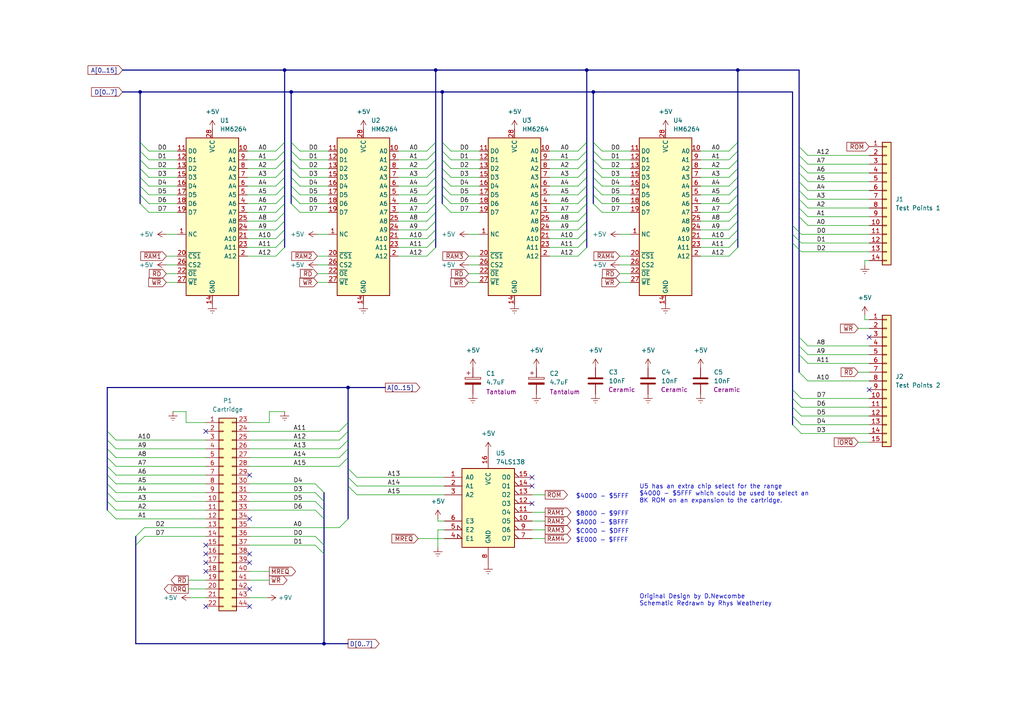
<source format=kicad_sch>
(kicad_sch (version 20230121) (generator eeschema)
  (paper "A4")
  (title_block (title "D.Newcombe 32K RAM Expansion Module") (date "1986") (rev "1"))
  (junction (at 126.365 20.32))
  (junction (at 84.455 26.67))
  (junction (at 40.64 26.67))
  (junction (at 100.965 112.395))
  (junction (at 213.995 20.32))
  (junction (at 172.085 26.67))
  (junction (at 82.55 20.32))
  (junction (at 128.27 26.67))
  (junction (at 93.98 186.69))
  (junction (at 170.18 20.32))
  (no_connect (at 59.69 160.655))
  (no_connect (at 59.69 165.735))
  (no_connect (at 72.39 170.815))
  (no_connect (at 72.39 160.655))
  (no_connect (at 154.305 138.43))
  (no_connect (at 59.69 158.115))
  (no_connect (at 72.39 150.495))
  (no_connect (at 59.69 125.095))
  (no_connect (at 252.095 113.03))
  (no_connect (at 154.305 140.97))
  (no_connect (at 72.39 163.195))
  (no_connect (at 252.095 97.79))
  (no_connect (at 72.39 137.795))
  (no_connect (at 59.69 163.195))
  (no_connect (at 154.305 146.05))
  (no_connect (at 59.69 175.895))
  (no_connect (at 72.39 175.895))
  (bus_entry (at 98.425 135.255) (size 2.54 -2.54))
  (bus_entry (at 229.87 67.945) (size 2.54 2.54))
  (bus_entry (at 231.775 45.085) (size 2.54 2.54))
  (bus_entry (at 211.455 59.055) (size 2.54 -2.54))
  (bus_entry (at 123.825 59.055) (size 2.54 -2.54))
  (bus_entry (at 167.64 69.215) (size 2.54 -2.54))
  (bus_entry (at 229.87 70.485) (size 2.54 2.54))
  (bus_entry (at 91.44 140.335) (size 2.54 2.54))
  (bus_entry (at 123.825 46.355) (size 2.54 -2.54))
  (bus_entry (at 211.455 61.595) (size 2.54 -2.54))
  (bus_entry (at 98.425 132.715) (size 2.54 -2.54))
  (bus_entry (at 231.775 52.705) (size 2.54 2.54))
  (bus_entry (at 211.455 46.355) (size 2.54 -2.54))
  (bus_entry (at 128.27 48.895) (size 2.54 2.54))
  (bus_entry (at 231.775 50.165) (size 2.54 2.54))
  (bus_entry (at 91.44 145.415) (size 2.54 2.54))
  (bus_entry (at 80.01 43.815) (size 2.54 -2.54))
  (bus_entry (at 231.775 42.545) (size 2.54 2.54))
  (bus_entry (at 231.775 47.625) (size 2.54 2.54))
  (bus_entry (at 211.455 51.435) (size 2.54 -2.54))
  (bus_entry (at 167.64 71.755) (size 2.54 -2.54))
  (bus_entry (at 229.87 115.57) (size 2.54 2.54))
  (bus_entry (at 172.085 43.815) (size 2.54 2.54))
  (bus_entry (at 231.775 60.325) (size 2.54 2.54))
  (bus_entry (at 40.64 56.515) (size 2.54 2.54))
  (bus_entry (at 84.455 46.355) (size 2.54 2.54))
  (bus_entry (at 33.655 147.955) (size -2.54 -2.54))
  (bus_entry (at 211.455 43.815) (size 2.54 -2.54))
  (bus_entry (at 123.825 53.975) (size 2.54 -2.54))
  (bus_entry (at 33.655 150.495) (size -2.54 -2.54))
  (bus_entry (at 80.01 61.595) (size 2.54 -2.54))
  (bus_entry (at 128.27 43.815) (size 2.54 2.54))
  (bus_entry (at 229.87 123.19) (size 2.54 2.54))
  (bus_entry (at 123.825 43.815) (size 2.54 -2.54))
  (bus_entry (at 231.775 62.865) (size 2.54 2.54))
  (bus_entry (at 167.64 59.055) (size 2.54 -2.54))
  (bus_entry (at 91.44 142.875) (size 2.54 2.54))
  (bus_entry (at 80.01 66.675) (size 2.54 -2.54))
  (bus_entry (at 231.775 100.33) (size 2.54 2.54))
  (bus_entry (at 172.085 53.975) (size 2.54 2.54))
  (bus_entry (at 229.87 65.405) (size 2.54 2.54))
  (bus_entry (at 84.455 53.975) (size 2.54 2.54))
  (bus_entry (at 80.01 59.055) (size 2.54 -2.54))
  (bus_entry (at 123.825 64.135) (size 2.54 -2.54))
  (bus_entry (at 172.085 41.275) (size 2.54 2.54))
  (bus_entry (at 167.64 64.135) (size 2.54 -2.54))
  (bus_entry (at 91.44 155.575) (size 2.54 2.54))
  (bus_entry (at 33.655 140.335) (size -2.54 -2.54))
  (bus_entry (at 40.64 46.355) (size 2.54 2.54))
  (bus_entry (at 128.27 46.355) (size 2.54 2.54))
  (bus_entry (at 167.64 61.595) (size 2.54 -2.54))
  (bus_entry (at 84.455 51.435) (size 2.54 2.54))
  (bus_entry (at 211.455 66.675) (size 2.54 -2.54))
  (bus_entry (at 229.87 118.11) (size 2.54 2.54))
  (bus_entry (at 167.64 46.355) (size 2.54 -2.54))
  (bus_entry (at 100.965 135.89) (size 2.54 2.54))
  (bus_entry (at 128.27 56.515) (size 2.54 2.54))
  (bus_entry (at 211.455 71.755) (size 2.54 -2.54))
  (bus_entry (at 167.64 53.975) (size 2.54 -2.54))
  (bus_entry (at 123.825 74.295) (size 2.54 -2.54))
  (bus_entry (at 211.455 53.975) (size 2.54 -2.54))
  (bus_entry (at 80.01 71.755) (size 2.54 -2.54))
  (bus_entry (at 231.775 55.245) (size 2.54 2.54))
  (bus_entry (at 229.87 113.03) (size 2.54 2.54))
  (bus_entry (at 123.825 66.675) (size 2.54 -2.54))
  (bus_entry (at 33.655 127.635) (size -2.54 -2.54))
  (bus_entry (at 40.64 48.895) (size 2.54 2.54))
  (bus_entry (at 40.64 43.815) (size 2.54 2.54))
  (bus_entry (at 33.655 137.795) (size -2.54 -2.54))
  (bus_entry (at 123.825 56.515) (size 2.54 -2.54))
  (bus_entry (at 84.455 41.275) (size 2.54 2.54))
  (bus_entry (at 167.64 66.675) (size 2.54 -2.54))
  (bus_entry (at 123.825 71.755) (size 2.54 -2.54))
  (bus_entry (at 91.44 147.955) (size 2.54 2.54))
  (bus_entry (at 128.27 53.975) (size 2.54 2.54))
  (bus_entry (at 123.825 48.895) (size 2.54 -2.54))
  (bus_entry (at 211.455 74.295) (size 2.54 -2.54))
  (bus_entry (at 39.37 158.115) (size 2.54 -2.54))
  (bus_entry (at 80.01 69.215) (size 2.54 -2.54))
  (bus_entry (at 84.455 48.895) (size 2.54 2.54))
  (bus_entry (at 98.425 153.035) (size 2.54 -2.54))
  (bus_entry (at 128.27 51.435) (size 2.54 2.54))
  (bus_entry (at 40.64 51.435) (size 2.54 2.54))
  (bus_entry (at 80.01 51.435) (size 2.54 -2.54))
  (bus_entry (at 84.455 59.055) (size 2.54 2.54))
  (bus_entry (at 98.425 125.095) (size 2.54 -2.54))
  (bus_entry (at 211.455 48.895) (size 2.54 -2.54))
  (bus_entry (at 33.655 135.255) (size -2.54 -2.54))
  (bus_entry (at 123.825 51.435) (size 2.54 -2.54))
  (bus_entry (at 39.37 155.575) (size 2.54 -2.54))
  (bus_entry (at 84.455 43.815) (size 2.54 2.54))
  (bus_entry (at 211.455 64.135) (size 2.54 -2.54))
  (bus_entry (at 40.64 53.975) (size 2.54 2.54))
  (bus_entry (at 40.64 59.055) (size 2.54 2.54))
  (bus_entry (at 123.825 61.595) (size 2.54 -2.54))
  (bus_entry (at 40.64 41.275) (size 2.54 2.54))
  (bus_entry (at 167.64 43.815) (size 2.54 -2.54))
  (bus_entry (at 231.775 102.87) (size 2.54 2.54))
  (bus_entry (at 80.01 64.135) (size 2.54 -2.54))
  (bus_entry (at 231.775 57.785) (size 2.54 2.54))
  (bus_entry (at 100.965 140.97) (size 2.54 2.54))
  (bus_entry (at 80.01 56.515) (size 2.54 -2.54))
  (bus_entry (at 167.64 56.515) (size 2.54 -2.54))
  (bus_entry (at 33.655 130.175) (size -2.54 -2.54))
  (bus_entry (at 172.085 59.055) (size 2.54 2.54))
  (bus_entry (at 84.455 56.515) (size 2.54 2.54))
  (bus_entry (at 123.825 69.215) (size 2.54 -2.54))
  (bus_entry (at 229.87 120.65) (size 2.54 2.54))
  (bus_entry (at 98.425 130.175) (size 2.54 -2.54))
  (bus_entry (at 80.01 53.975) (size 2.54 -2.54))
  (bus_entry (at 33.655 142.875) (size -2.54 -2.54))
  (bus_entry (at 100.965 138.43) (size 2.54 2.54))
  (bus_entry (at 128.27 41.275) (size 2.54 2.54))
  (bus_entry (at 91.44 158.115) (size 2.54 2.54))
  (bus_entry (at 167.64 51.435) (size 2.54 -2.54))
  (bus_entry (at 33.655 132.715) (size -2.54 -2.54))
  (bus_entry (at 172.085 46.355) (size 2.54 2.54))
  (bus_entry (at 167.64 48.895) (size 2.54 -2.54))
  (bus_entry (at 211.455 56.515) (size 2.54 -2.54))
  (bus_entry (at 172.085 51.435) (size 2.54 2.54))
  (bus_entry (at 98.425 127.635) (size 2.54 -2.54))
  (bus_entry (at 80.01 74.295) (size 2.54 -2.54))
  (bus_entry (at 211.455 69.215) (size 2.54 -2.54))
  (bus_entry (at 172.085 48.895) (size 2.54 2.54))
  (bus_entry (at 80.01 48.895) (size 2.54 -2.54))
  (bus_entry (at 167.64 74.295) (size 2.54 -2.54))
  (bus_entry (at 231.775 107.95) (size 2.54 2.54))
  (bus_entry (at 128.27 59.055) (size 2.54 2.54))
  (bus_entry (at 80.01 46.355) (size 2.54 -2.54))
  (bus_entry (at 231.775 97.79) (size 2.54 2.54))
  (bus_entry (at 33.655 145.415) (size -2.54 -2.54))
  (bus_entry (at 172.085 56.515) (size 2.54 2.54))
  (wire (pts (xy 203.2 71.755) (xy 211.455 71.755)))
  (bus (pts (xy 126.365 41.275) (xy 126.365 43.815)))
  (bus (pts (xy 82.55 48.895) (xy 82.55 51.435)))
  (wire (pts (xy 43.18 51.435) (xy 51.435 51.435)))
  (wire (pts (xy 159.385 59.055) (xy 167.64 59.055)))
  (wire (pts (xy 71.755 71.755) (xy 80.01 71.755)))
  (wire (pts (xy 71.755 53.975) (xy 80.01 53.975)))
  (bus (pts (xy 229.87 118.11) (xy 229.87 120.65)))
  (bus (pts (xy 93.98 145.415) (xy 93.98 147.955)))
  (wire (pts (xy 115.57 59.055) (xy 123.825 59.055)))
  (bus (pts (xy 213.995 59.055) (xy 213.995 61.595)))
  (bus (pts (xy 84.455 26.67) (xy 84.455 41.275)))
  (wire (pts (xy 71.755 51.435) (xy 80.01 51.435)))
  (bus (pts (xy 128.27 46.355) (xy 128.27 48.895)))
  (wire (pts (xy 86.995 61.595) (xy 95.25 61.595)))
  (wire (pts (xy 72.39 158.115) (xy 91.44 158.115)))
  (bus (pts (xy 213.995 51.435) (xy 213.995 53.975)))
  (wire (pts (xy 41.91 153.035) (xy 59.69 153.035)))
  (wire (pts (xy 33.655 130.175) (xy 59.69 130.175)))
  (wire (pts (xy 159.385 74.295) (xy 167.64 74.295)))
  (wire (pts (xy 72.39 155.575) (xy 91.44 155.575)))
  (wire (pts (xy 234.315 55.245) (xy 252.095 55.245)))
  (bus (pts (xy 40.64 46.355) (xy 40.64 48.895)))
  (bus (pts (xy 126.365 59.055) (xy 126.365 61.595)))
  (bus (pts (xy 31.115 137.795) (xy 31.115 140.335)))
  (wire (pts (xy 50.165 119.38) (xy 53.975 119.38)))
  (bus (pts (xy 40.64 48.895) (xy 40.64 51.435)))
  (wire (pts (xy 159.385 66.675) (xy 167.64 66.675)))
  (wire (pts (xy 154.305 153.67) (xy 158.115 153.67)))
  (bus (pts (xy 213.995 64.135) (xy 213.995 66.675)))
  (wire (pts (xy 86.995 46.355) (xy 95.25 46.355)))
  (bus (pts (xy 170.18 59.055) (xy 170.18 61.595)))
  (bus (pts (xy 172.085 43.815) (xy 172.085 46.355)))
  (bus (pts (xy 126.365 64.135) (xy 126.365 66.675)))
  (wire (pts (xy 232.41 70.485) (xy 252.095 70.485)))
  (bus (pts (xy 40.64 53.975) (xy 40.64 56.515)))
  (wire (pts (xy 33.655 145.415) (xy 59.69 145.415)))
  (wire (pts (xy 234.315 110.49) (xy 252.095 110.49)))
  (bus (pts (xy 128.27 51.435) (xy 128.27 53.975)))
  (wire (pts (xy 127 151.13) (xy 128.905 151.13)))
  (wire (pts (xy 33.655 140.335) (xy 59.69 140.335)))
  (wire (pts (xy 127 153.67) (xy 128.905 153.67)))
  (bus (pts (xy 231.775 57.785) (xy 231.775 60.325)))
  (bus (pts (xy 170.18 64.135) (xy 170.18 66.675)))
  (wire (pts (xy 54.61 170.815) (xy 59.69 170.815)))
  (bus (pts (xy 40.64 56.515) (xy 40.64 59.055)))
  (bus (pts (xy 93.98 147.955) (xy 93.98 150.495)))
  (bus (pts (xy 213.995 41.275) (xy 213.995 43.815)))
  (bus (pts (xy 213.995 56.515) (xy 213.995 59.055)))
  (bus (pts (xy 40.64 41.275) (xy 40.64 43.815)))
  (wire (pts (xy 234.315 65.405) (xy 252.095 65.405)))
  (bus (pts (xy 231.775 55.245) (xy 231.775 57.785)))
  (wire (pts (xy 55.245 173.355) (xy 59.69 173.355)))
  (wire (pts (xy 174.625 56.515) (xy 182.88 56.515)))
  (bus (pts (xy 31.115 125.095) (xy 31.115 127.635)))
  (wire (pts (xy 43.18 53.975) (xy 51.435 53.975)))
  (bus (pts (xy 82.55 56.515) (xy 82.55 59.055)))
  (bus (pts (xy 229.87 26.67) (xy 229.87 65.405)))
  (bus (pts (xy 126.365 66.675) (xy 126.365 69.215)))
  (wire (pts (xy 159.385 56.515) (xy 167.64 56.515)))
  (wire (pts (xy 130.81 59.055) (xy 139.065 59.055)))
  (wire (pts (xy 72.39 132.715) (xy 98.425 132.715)))
  (wire (pts (xy 33.655 150.495) (xy 59.69 150.495)))
  (wire (pts (xy 86.995 59.055) (xy 95.25 59.055)))
  (bus (pts (xy 82.55 51.435) (xy 82.55 53.975)))
  (wire (pts (xy 71.755 61.595) (xy 80.01 61.595)))
  (bus (pts (xy 231.775 47.625) (xy 231.775 50.165)))
  (bus (pts (xy 229.87 120.65) (xy 229.87 123.19)))
  (wire (pts (xy 179.705 76.835) (xy 182.88 76.835)))
  (wire (pts (xy 203.2 53.975) (xy 211.455 53.975)))
  (wire (pts (xy 71.755 46.355) (xy 80.01 46.355)))
  (wire (pts (xy 103.505 143.51) (xy 128.905 143.51)))
  (wire (pts (xy 174.625 53.975) (xy 182.88 53.975)))
  (wire (pts (xy 71.755 69.215) (xy 80.01 69.215)))
  (bus (pts (xy 126.365 56.515) (xy 126.365 59.055)))
  (wire (pts (xy 48.26 67.945) (xy 51.435 67.945)))
  (wire (pts (xy 203.2 48.895) (xy 211.455 48.895)))
  (wire (pts (xy 48.26 74.295) (xy 51.435 74.295)))
  (bus (pts (xy 31.115 130.175) (xy 31.115 132.715)))
  (bus (pts (xy 82.55 53.975) (xy 82.55 56.515)))
  (wire (pts (xy 72.39 142.875) (xy 91.44 142.875)))
  (wire (pts (xy 252.095 92.71) (xy 250.825 92.71)))
  (wire (pts (xy 59.69 122.555) (xy 53.975 122.555)))
  (bus (pts (xy 170.18 48.895) (xy 170.18 51.435)))
  (wire (pts (xy 72.39 125.095) (xy 98.425 125.095)))
  (wire (pts (xy 48.26 81.915) (xy 51.435 81.915)))
  (wire (pts (xy 43.18 43.815) (xy 51.435 43.815)))
  (wire (pts (xy 103.505 140.97) (xy 128.905 140.97)))
  (wire (pts (xy 72.39 168.275) (xy 78.105 168.275)))
  (wire (pts (xy 232.41 67.945) (xy 252.095 67.945)))
  (wire (pts (xy 48.26 76.835) (xy 51.435 76.835)))
  (bus (pts (xy 231.775 100.33) (xy 231.775 102.87)))
  (wire (pts (xy 232.41 73.025) (xy 252.095 73.025)))
  (bus (pts (xy 31.115 127.635) (xy 31.115 130.175)))
  (bus (pts (xy 170.18 53.975) (xy 170.18 56.515)))
  (bus (pts (xy 213.995 61.595) (xy 213.995 64.135)))
  (bus (pts (xy 126.365 69.215) (xy 126.365 71.755)))
  (bus (pts (xy 82.55 66.675) (xy 82.55 69.215)))
  (bus (pts (xy 170.18 66.675) (xy 170.18 69.215)))
  (bus (pts (xy 231.775 62.865) (xy 231.775 97.79)))
  (wire (pts (xy 115.57 71.755) (xy 123.825 71.755)))
  (bus (pts (xy 31.115 125.095) (xy 31.115 112.395)))
  (wire (pts (xy 203.2 43.815) (xy 211.455 43.815)))
  (wire (pts (xy 72.39 135.255) (xy 98.425 135.255)))
  (wire (pts (xy 72.39 147.955) (xy 91.44 147.955)))
  (wire (pts (xy 115.57 46.355) (xy 123.825 46.355)))
  (wire (pts (xy 92.075 76.835) (xy 95.25 76.835)))
  (wire (pts (xy 203.2 64.135) (xy 211.455 64.135)))
  (bus (pts (xy 93.98 158.115) (xy 93.98 160.655)))
  (wire (pts (xy 203.2 46.355) (xy 211.455 46.355)))
  (bus (pts (xy 172.085 51.435) (xy 172.085 53.975)))
  (bus (pts (xy 128.27 43.815) (xy 128.27 46.355)))
  (bus (pts (xy 31.115 140.335) (xy 31.115 142.875)))
  (bus (pts (xy 84.455 26.67) (xy 128.27 26.67)))
  (wire (pts (xy 72.39 145.415) (xy 91.44 145.415)))
  (bus (pts (xy 84.455 48.895) (xy 84.455 51.435)))
  (wire (pts (xy 232.41 120.65) (xy 252.095 120.65)))
  (wire (pts (xy 159.385 53.975) (xy 167.64 53.975)))
  (bus (pts (xy 213.995 46.355) (xy 213.995 48.895)))
  (bus (pts (xy 128.27 26.67) (xy 128.27 41.275)))
  (bus (pts (xy 39.37 186.69) (xy 93.98 186.69)))
  (wire (pts (xy 86.995 53.975) (xy 95.25 53.975)))
  (wire (pts (xy 248.92 95.25) (xy 252.095 95.25)))
  (bus (pts (xy 82.55 20.32) (xy 82.55 41.275)))
  (wire (pts (xy 179.705 67.945) (xy 182.88 67.945)))
  (bus (pts (xy 172.085 41.275) (xy 172.085 43.815)))
  (wire (pts (xy 48.26 79.375) (xy 51.435 79.375)))
  (wire (pts (xy 159.385 69.215) (xy 167.64 69.215)))
  (bus (pts (xy 128.27 26.67) (xy 172.085 26.67)))
  (bus (pts (xy 40.64 51.435) (xy 40.64 53.975)))
  (bus (pts (xy 100.965 130.175) (xy 100.965 132.715)))
  (bus (pts (xy 100.965 122.555) (xy 100.965 125.095)))
  (wire (pts (xy 203.2 59.055) (xy 211.455 59.055)))
  (wire (pts (xy 72.39 165.735) (xy 78.105 165.735)))
  (wire (pts (xy 232.41 125.73) (xy 252.095 125.73)))
  (wire (pts (xy 130.81 53.975) (xy 139.065 53.975)))
  (wire (pts (xy 234.315 52.705) (xy 252.095 52.705)))
  (wire (pts (xy 159.385 51.435) (xy 167.64 51.435)))
  (wire (pts (xy 92.075 81.915) (xy 95.25 81.915)))
  (wire (pts (xy 71.755 64.135) (xy 80.01 64.135)))
  (wire (pts (xy 203.2 66.675) (xy 211.455 66.675)))
  (wire (pts (xy 130.81 61.595) (xy 139.065 61.595)))
  (bus (pts (xy 31.115 145.415) (xy 31.115 147.955)))
  (wire (pts (xy 159.385 46.355) (xy 167.64 46.355)))
  (wire (pts (xy 71.755 48.895) (xy 80.01 48.895)))
  (wire (pts (xy 92.075 74.295) (xy 95.25 74.295)))
  (bus (pts (xy 84.455 43.815) (xy 84.455 46.355)))
  (bus (pts (xy 172.085 56.515) (xy 172.085 59.055)))
  (bus (pts (xy 172.085 26.67) (xy 172.085 41.275)))
  (bus (pts (xy 126.365 43.815) (xy 126.365 46.355)))
  (bus (pts (xy 35.56 26.67) (xy 40.64 26.67)))
  (bus (pts (xy 128.27 48.895) (xy 128.27 51.435)))
  (wire (pts (xy 115.57 64.135) (xy 123.825 64.135)))
  (bus (pts (xy 126.365 48.895) (xy 126.365 51.435)))
  (wire (pts (xy 72.39 127.635) (xy 98.425 127.635)))
  (bus (pts (xy 213.995 69.215) (xy 213.995 71.755)))
  (wire (pts (xy 115.57 69.215) (xy 123.825 69.215)))
  (wire (pts (xy 127 158.75) (xy 127 153.67)))
  (wire (pts (xy 71.755 59.055) (xy 80.01 59.055)))
  (wire (pts (xy 203.2 51.435) (xy 211.455 51.435)))
  (wire (pts (xy 234.315 45.085) (xy 252.095 45.085)))
  (wire (pts (xy 203.2 56.515) (xy 211.455 56.515)))
  (bus (pts (xy 82.55 41.275) (xy 82.55 43.815)))
  (bus (pts (xy 100.965 140.97) (xy 100.965 150.495)))
  (bus (pts (xy 170.18 41.275) (xy 170.18 43.815)))
  (bus (pts (xy 231.775 52.705) (xy 231.775 55.245)))
  (bus (pts (xy 82.55 64.135) (xy 82.55 66.675)))
  (bus (pts (xy 93.98 160.655) (xy 93.98 186.69)))
  (wire (pts (xy 234.315 105.41) (xy 252.095 105.41)))
  (wire (pts (xy 248.92 107.95) (xy 252.095 107.95)))
  (wire (pts (xy 78.105 119.38) (xy 82.55 119.38)))
  (wire (pts (xy 130.81 56.515) (xy 139.065 56.515)))
  (bus (pts (xy 39.37 158.115) (xy 39.37 155.575)))
  (bus (pts (xy 170.18 56.515) (xy 170.18 59.055)))
  (wire (pts (xy 174.625 61.595) (xy 182.88 61.595)))
  (wire (pts (xy 135.89 67.945) (xy 139.065 67.945)))
  (wire (pts (xy 92.075 79.375) (xy 95.25 79.375)))
  (wire (pts (xy 250.825 92.71) (xy 250.825 91.44)))
  (bus (pts (xy 40.64 26.67) (xy 84.455 26.67)))
  (bus (pts (xy 170.18 20.32) (xy 170.18 41.275)))
  (bus (pts (xy 31.115 135.255) (xy 31.115 137.795)))
  (bus (pts (xy 128.27 41.275) (xy 128.27 43.815)))
  (bus (pts (xy 82.55 69.215) (xy 82.55 71.755)))
  (bus (pts (xy 213.995 20.32) (xy 213.995 41.275)))
  (wire (pts (xy 174.625 43.815) (xy 182.88 43.815)))
  (bus (pts (xy 229.87 115.57) (xy 229.87 118.11)))
  (bus (pts (xy 31.115 142.875) (xy 31.115 145.415)))
  (wire (pts (xy 234.315 102.87) (xy 252.095 102.87)))
  (bus (pts (xy 40.64 26.67) (xy 40.64 41.275)))
  (bus (pts (xy 172.085 26.67) (xy 229.87 26.67)))
  (bus (pts (xy 100.965 135.89) (xy 100.965 138.43)))
  (wire (pts (xy 86.995 48.895) (xy 95.25 48.895)))
  (bus (pts (xy 84.455 53.975) (xy 84.455 56.515)))
  (bus (pts (xy 231.775 42.545) (xy 231.775 45.085)))
  (wire (pts (xy 174.625 51.435) (xy 182.88 51.435)))
  (wire (pts (xy 121.285 156.21) (xy 128.905 156.21)))
  (wire (pts (xy 33.655 142.875) (xy 59.69 142.875)))
  (bus (pts (xy 31.115 112.395) (xy 100.965 112.395)))
  (bus (pts (xy 213.995 43.815) (xy 213.995 46.355)))
  (bus (pts (xy 128.27 53.975) (xy 128.27 56.515)))
  (bus (pts (xy 170.18 69.215) (xy 170.18 71.755)))
  (bus (pts (xy 82.55 43.815) (xy 82.55 46.355)))
  (bus (pts (xy 84.455 41.275) (xy 84.455 43.815)))
  (bus (pts (xy 170.18 61.595) (xy 170.18 64.135)))
  (bus (pts (xy 84.455 56.515) (xy 84.455 59.055)))
  (wire (pts (xy 127 150.495) (xy 127 151.13)))
  (bus (pts (xy 100.965 127.635) (xy 100.965 130.175)))
  (wire (pts (xy 115.57 74.295) (xy 123.825 74.295)))
  (bus (pts (xy 93.98 142.875) (xy 93.98 145.415)))
  (bus (pts (xy 231.775 60.325) (xy 231.775 62.865)))
  (wire (pts (xy 115.57 53.975) (xy 123.825 53.975)))
  (wire (pts (xy 71.755 74.295) (xy 80.01 74.295)))
  (bus (pts (xy 93.98 186.69) (xy 100.965 186.69)))
  (wire (pts (xy 179.705 81.915) (xy 182.88 81.915)))
  (bus (pts (xy 170.18 43.815) (xy 170.18 46.355)))
  (wire (pts (xy 86.995 51.435) (xy 95.25 51.435)))
  (wire (pts (xy 130.81 43.815) (xy 139.065 43.815)))
  (wire (pts (xy 234.315 100.33) (xy 252.095 100.33)))
  (bus (pts (xy 126.365 53.975) (xy 126.365 56.515)))
  (wire (pts (xy 159.385 71.755) (xy 167.64 71.755)))
  (wire (pts (xy 41.91 155.575) (xy 59.69 155.575)))
  (wire (pts (xy 203.2 61.595) (xy 211.455 61.595)))
  (bus (pts (xy 213.995 66.675) (xy 213.995 69.215)))
  (bus (pts (xy 170.18 46.355) (xy 170.18 48.895)))
  (wire (pts (xy 72.39 130.175) (xy 98.425 130.175)))
  (wire (pts (xy 154.305 151.13) (xy 158.115 151.13)))
  (wire (pts (xy 203.2 74.295) (xy 211.455 74.295)))
  (wire (pts (xy 54.61 168.275) (xy 59.69 168.275)))
  (wire (pts (xy 179.705 79.375) (xy 182.88 79.375)))
  (wire (pts (xy 33.655 132.715) (xy 59.69 132.715)))
  (wire (pts (xy 53.975 122.555) (xy 53.975 119.38)))
  (wire (pts (xy 234.315 47.625) (xy 252.095 47.625)))
  (bus (pts (xy 229.87 67.945) (xy 229.87 70.485)))
  (wire (pts (xy 115.57 43.815) (xy 123.825 43.815)))
  (wire (pts (xy 130.81 48.895) (xy 139.065 48.895)))
  (wire (pts (xy 252.095 75.565) (xy 250.825 75.565)))
  (bus (pts (xy 35.56 20.32) (xy 82.55 20.32)))
  (wire (pts (xy 115.57 66.675) (xy 123.825 66.675)))
  (wire (pts (xy 232.41 115.57) (xy 252.095 115.57)))
  (wire (pts (xy 135.89 74.295) (xy 139.065 74.295)))
  (bus (pts (xy 100.965 138.43) (xy 100.965 140.97)))
  (wire (pts (xy 154.305 156.21) (xy 158.115 156.21)))
  (bus (pts (xy 229.87 113.03) (xy 229.87 115.57)))
  (wire (pts (xy 72.39 140.335) (xy 91.44 140.335)))
  (wire (pts (xy 43.18 56.515) (xy 51.435 56.515)))
  (wire (pts (xy 71.755 43.815) (xy 80.01 43.815)))
  (bus (pts (xy 93.98 150.495) (xy 93.98 158.115)))
  (bus (pts (xy 231.775 45.085) (xy 231.775 47.625)))
  (bus (pts (xy 213.995 20.32) (xy 231.775 20.32)))
  (bus (pts (xy 100.965 122.555) (xy 100.965 112.395)))
  (wire (pts (xy 234.315 60.325) (xy 252.095 60.325)))
  (bus (pts (xy 31.115 132.715) (xy 31.115 135.255)))
  (bus (pts (xy 170.18 51.435) (xy 170.18 53.975)))
  (wire (pts (xy 43.18 46.355) (xy 51.435 46.355)))
  (bus (pts (xy 231.775 97.79) (xy 231.775 100.33)))
  (wire (pts (xy 135.89 81.915) (xy 139.065 81.915)))
  (bus (pts (xy 84.455 46.355) (xy 84.455 48.895)))
  (wire (pts (xy 135.89 79.375) (xy 139.065 79.375)))
  (bus (pts (xy 231.775 50.165) (xy 231.775 52.705)))
  (bus (pts (xy 170.18 20.32) (xy 213.995 20.32)))
  (bus (pts (xy 126.365 46.355) (xy 126.365 48.895)))
  (bus (pts (xy 39.37 158.115) (xy 39.37 186.69)))
  (wire (pts (xy 33.655 137.795) (xy 59.69 137.795)))
  (wire (pts (xy 115.57 51.435) (xy 123.825 51.435)))
  (bus (pts (xy 213.995 48.895) (xy 213.995 51.435)))
  (wire (pts (xy 154.305 148.59) (xy 158.115 148.59)))
  (wire (pts (xy 72.39 173.355) (xy 77.47 173.355)))
  (wire (pts (xy 33.655 127.635) (xy 59.69 127.635)))
  (wire (pts (xy 78.105 122.555) (xy 78.105 119.38)))
  (bus (pts (xy 82.55 59.055) (xy 82.55 61.595)))
  (wire (pts (xy 154.305 143.51) (xy 158.115 143.51)))
  (bus (pts (xy 229.87 70.485) (xy 229.87 113.03)))
  (bus (pts (xy 172.085 46.355) (xy 172.085 48.895)))
  (wire (pts (xy 159.385 48.895) (xy 167.64 48.895)))
  (wire (pts (xy 234.315 57.785) (xy 252.095 57.785)))
  (wire (pts (xy 159.385 64.135) (xy 167.64 64.135)))
  (wire (pts (xy 174.625 46.355) (xy 182.88 46.355)))
  (bus (pts (xy 172.085 48.895) (xy 172.085 51.435)))
  (bus (pts (xy 100.965 132.715) (xy 100.965 135.89)))
  (wire (pts (xy 92.075 67.945) (xy 95.25 67.945)))
  (bus (pts (xy 82.55 46.355) (xy 82.55 48.895)))
  (wire (pts (xy 43.18 48.895) (xy 51.435 48.895)))
  (wire (pts (xy 43.18 61.595) (xy 51.435 61.595)))
  (bus (pts (xy 213.995 53.975) (xy 213.995 56.515)))
  (bus (pts (xy 231.775 102.87) (xy 231.775 107.95)))
  (wire (pts (xy 174.625 48.895) (xy 182.88 48.895)))
  (wire (pts (xy 33.655 135.255) (xy 59.69 135.255)))
  (bus (pts (xy 82.55 20.32) (xy 126.365 20.32)))
  (wire (pts (xy 33.655 147.955) (xy 59.69 147.955)))
  (bus (pts (xy 126.365 61.595) (xy 126.365 64.135)))
  (wire (pts (xy 248.92 128.27) (xy 252.095 128.27)))
  (wire (pts (xy 72.39 122.555) (xy 78.105 122.555)))
  (wire (pts (xy 72.39 153.035) (xy 98.425 153.035)))
  (wire (pts (xy 234.315 50.165) (xy 252.095 50.165)))
  (wire (pts (xy 174.625 59.055) (xy 182.88 59.055)))
  (bus (pts (xy 172.085 53.975) (xy 172.085 56.515)))
  (wire (pts (xy 250.825 75.565) (xy 250.825 76.835)))
  (wire (pts (xy 103.505 138.43) (xy 128.905 138.43)))
  (bus (pts (xy 126.365 20.32) (xy 126.365 41.275)))
  (bus (pts (xy 100.965 125.095) (xy 100.965 127.635)))
  (wire (pts (xy 203.2 69.215) (xy 211.455 69.215)))
  (wire (pts (xy 115.57 48.895) (xy 123.825 48.895)))
  (bus (pts (xy 100.965 112.395) (xy 111.76 112.395)))
  (wire (pts (xy 43.18 59.055) (xy 51.435 59.055)))
  (bus (pts (xy 231.775 20.32) (xy 231.775 42.545)))
  (bus (pts (xy 84.455 51.435) (xy 84.455 53.975)))
  (wire (pts (xy 234.315 62.865) (xy 252.095 62.865)))
  (wire (pts (xy 71.755 56.515) (xy 80.01 56.515)))
  (wire (pts (xy 179.705 74.295) (xy 182.88 74.295)))
  (wire (pts (xy 86.995 56.515) (xy 95.25 56.515)))
  (bus (pts (xy 126.365 51.435) (xy 126.365 53.975)))
  (wire (pts (xy 86.995 43.815) (xy 95.25 43.815)))
  (bus (pts (xy 229.87 65.405) (xy 229.87 67.945)))
  (wire (pts (xy 71.755 66.675) (xy 80.01 66.675)))
  (wire (pts (xy 135.89 76.835) (xy 139.065 76.835)))
  (bus (pts (xy 128.27 56.515) (xy 128.27 59.055)))
  (bus (pts (xy 82.55 61.595) (xy 82.55 64.135)))
  (wire (pts (xy 115.57 56.515) (xy 123.825 56.515)))
  (wire (pts (xy 232.41 123.19) (xy 252.095 123.19)))
  (wire (pts (xy 232.41 118.11) (xy 252.095 118.11)))
  (wire (pts (xy 130.81 46.355) (xy 139.065 46.355)))
  (bus (pts (xy 40.64 43.815) (xy 40.64 46.355)))
  (wire (pts (xy 115.57 61.595) (xy 123.825 61.595)))
  (wire (pts (xy 159.385 43.815) (xy 167.64 43.815)))
  (bus (pts (xy 126.365 20.32) (xy 170.18 20.32)))
  (wire (pts (xy 159.385 61.595) (xy 167.64 61.595)))
  (wire (pts (xy 130.81 51.435) (xy 139.065 51.435)))
  (text "Original Design by D.Newcombe\nSchematic Redrawn by Rhys Weatherley" (at 185.42 175.895 0) (effects (font (size 1.27 1.27)) (justify left bottom)))
  (text "$4000 - $5FFF" (at 167.005 144.78 0) (effects (font (size 1.27 1.27)) (justify left bottom)))
  (text "$8000 - $9FFF" (at 167.005 149.86 0) (effects (font (size 1.27 1.27)) (justify left bottom)))
  (text "$A000 - $BFFF" (at 167.005 152.4 0) (effects (font (size 1.27 1.27)) (justify left bottom)))
  (text "$E000 - $FFFF" (at 167.005 157.48 0) (effects (font (size 1.27 1.27)) (justify left bottom)))
  (text "$C000 - $DFFF" (at 167.005 154.94 0) (effects (font (size 1.27 1.27)) (justify left bottom)))
  (text "U5 has an extra chip select for the range\n$4000 - $5FFF which could be used to select an\n8K ROM on an expansion to the cartridge." (at 185.42 146.05 0) (effects (font (size 1.27 1.27)) (justify left bottom)))
  (label "A2" (at 40.005 147.955 0))
  (label "A12" (at 162.56 74.295 0))
  (label "D1" (at 89.535 46.355 0))
  (label "D7" (at 236.855 115.57 0))
  (label "D3" (at 85.09 142.875 0))
  (label "A12" (at 118.745 74.295 0))
  (label "A6" (at 74.93 59.055 0))
  (label "A1" (at 236.855 62.865 0))
  (label "A3" (at 162.56 51.435 0))
  (label "A3" (at 206.375 51.435 0))
  (label "A5" (at 206.375 56.515 0))
  (label "D5" (at 177.165 56.515 0))
  (label "D1" (at 85.09 158.115 0))
  (label "A13" (at 112.395 138.43 0))
  (label "D0" (at 236.855 67.945 0))
  (label "A2" (at 118.745 48.895 0))
  (label "A10" (at 236.855 110.49 0))
  (label "D3" (at 177.165 51.435 0))
  (label "A4" (at 236.855 55.245 0))
  (label "D2" (at 45.085 153.035 0))
  (label "A10" (at 40.005 127.635 0))
  (label "D2" (at 45.72 48.895 0))
  (label "A7" (at 162.56 61.595 0))
  (label "A9" (at 40.005 130.175 0))
  (label "A4" (at 118.745 53.975 0))
  (label "A0" (at 162.56 43.815 0))
  (label "A5" (at 236.855 52.705 0))
  (label "A2" (at 74.93 48.895 0))
  (label "A1" (at 40.005 150.495 0))
  (label "A10" (at 206.375 69.215 0))
  (label "A8" (at 40.005 132.715 0))
  (label "D4" (at 89.535 53.975 0))
  (label "D3" (at 45.72 51.435 0))
  (label "A8" (at 162.56 64.135 0))
  (label "A8" (at 206.375 64.135 0))
  (label "D6" (at 133.35 59.055 0))
  (label "A4" (at 40.005 142.875 0))
  (label "D5" (at 133.35 56.515 0))
  (label "D1" (at 45.72 46.355 0))
  (label "D4" (at 45.72 53.975 0))
  (label "A0" (at 236.855 65.405 0))
  (label "D1" (at 236.855 70.485 0))
  (label "A2" (at 236.855 60.325 0))
  (label "A1" (at 118.745 46.355 0))
  (label "A4" (at 162.56 53.975 0))
  (label "A6" (at 118.745 59.055 0))
  (label "D0" (at 133.35 43.815 0))
  (label "A11" (at 236.855 105.41 0))
  (label "A7" (at 40.005 135.255 0))
  (label "A11" (at 162.56 71.755 0))
  (label "A0" (at 74.93 43.815 0))
  (label "A5" (at 74.93 56.515 0))
  (label "D3" (at 236.855 125.73 0))
  (label "A1" (at 162.56 46.355 0))
  (label "D0" (at 85.09 155.575 0))
  (label "A1" (at 206.375 46.355 0))
  (label "A8" (at 74.93 64.135 0))
  (label "A9" (at 118.745 66.675 0))
  (label "A15" (at 112.395 143.51 0))
  (label "A0" (at 206.375 43.815 0))
  (label "A6" (at 206.375 59.055 0))
  (label "A0" (at 118.745 43.815 0))
  (label "A12" (at 236.855 45.085 0))
  (label "A3" (at 118.745 51.435 0))
  (label "A0" (at 85.09 153.035 0))
  (label "D1" (at 133.35 46.355 0))
  (label "A4" (at 206.375 53.975 0))
  (label "A8" (at 118.745 64.135 0))
  (label "A12" (at 206.375 74.295 0))
  (label "A8" (at 236.855 100.33 0))
  (label "D6" (at 177.165 59.055 0))
  (label "A5" (at 118.745 56.515 0))
  (label "D5" (at 45.72 56.515 0))
  (label "A7" (at 118.745 61.595 0))
  (label "A7" (at 74.93 61.595 0))
  (label "D4" (at 85.09 140.335 0))
  (label "A5" (at 40.005 140.335 0))
  (label "D6" (at 236.855 118.11 0))
  (label "A3" (at 74.93 51.435 0))
  (label "A11" (at 85.09 125.095 0))
  (label "D4" (at 133.35 53.975 0))
  (label "A10" (at 74.93 69.215 0))
  (label "A7" (at 236.855 47.625 0))
  (label "A5" (at 162.56 56.515 0))
  (label "D2" (at 89.535 48.895 0))
  (label "A12" (at 74.93 74.295 0))
  (label "D0" (at 177.165 43.815 0))
  (label "D2" (at 177.165 48.895 0))
  (label "A6" (at 40.005 137.795 0))
  (label "D4" (at 236.855 123.19 0))
  (label "A6" (at 236.855 50.165 0))
  (label "D7" (at 45.72 61.595 0))
  (label "D7" (at 177.165 61.595 0))
  (label "D1" (at 177.165 46.355 0))
  (label "D2" (at 133.35 48.895 0))
  (label "A12" (at 85.09 127.635 0))
  (label "D0" (at 89.535 43.815 0))
  (label "D6" (at 85.09 147.955 0))
  (label "A7" (at 206.375 61.595 0))
  (label "D7" (at 45.085 155.575 0))
  (label "D5" (at 85.09 145.415 0))
  (label "D5" (at 89.535 56.515 0))
  (label "D0" (at 45.72 43.815 0))
  (label "D2" (at 236.855 73.025 0))
  (label "D3" (at 89.535 51.435 0))
  (label "A1" (at 74.93 46.355 0))
  (label "A9" (at 206.375 66.675 0))
  (label "A14" (at 85.09 132.715 0))
  (label "D7" (at 89.535 61.595 0))
  (label "D5" (at 236.855 120.65 0))
  (label "A13" (at 85.09 130.175 0))
  (label "A14" (at 112.395 140.97 0))
  (label "D7" (at 133.35 61.595 0))
  (label "A6" (at 162.56 59.055 0))
  (label "A3" (at 236.855 57.785 0))
  (label "A3" (at 40.005 145.415 0))
  (label "D6" (at 89.535 59.055 0))
  (label "D3" (at 133.35 51.435 0))
  (label "D6" (at 45.72 59.055 0))
  (label "A10" (at 162.56 69.215 0))
  (label "A2" (at 206.375 48.895 0))
  (label "D4" (at 177.165 53.975 0))
  (label "A9" (at 162.56 66.675 0))
  (label "A2" (at 162.56 48.895 0))
  (label "A4" (at 74.93 53.975 0))
  (label "A9" (at 74.93 66.675 0))
  (label "A10" (at 118.745 69.215 0))
  (label "A15" (at 85.09 135.255 0))
  (label "A11" (at 118.745 71.755 0))
  (label "A9" (at 236.855 102.87 0))
  (label "A11" (at 74.93 71.755 0))
  (label "A11" (at 206.375 71.755 0))
  (global_label "~{RAM4}" (shape input) (at 179.705 74.295 180) (property "Intersheetrefs" "${INTERSHEET_REFS}" (effects hide)))
  (global_label "~{WR}" (shape input) (at 135.89 81.915 180) (property "Intersheetrefs" "${INTERSHEET_REFS}" (effects hide)))
  (global_label "~{ROM}" (shape input) (at 252.095 42.545 180) (property "Intersheetrefs" "${INTERSHEET_REFS}" (effects hide)))
  (global_label "~{WR}" (shape input) (at 248.92 95.25 180) (property "Intersheetrefs" "${INTERSHEET_REFS}" (effects hide)))
  (global_label "~{WR}" (shape input) (at 179.705 81.915 180) (property "Intersheetrefs" "${INTERSHEET_REFS}" (effects hide)))
  (global_label "~{RD}" (shape input) (at 179.705 79.375 180) (property "Intersheetrefs" "${INTERSHEET_REFS}" (effects hide)))
  (global_label "~{RAM1}" (shape output) (at 158.115 148.59 0) (property "Intersheetrefs" "${INTERSHEET_REFS}" (effects hide)))
  (global_label "~{RD}" (shape input) (at 92.075 79.375 180) (property "Intersheetrefs" "${INTERSHEET_REFS}" (effects hide)))
  (global_label "~{WR}" (shape input) (at 48.26 81.915 180) (property "Intersheetrefs" "${INTERSHEET_REFS}" (effects hide)))
  (global_label "~{WR}" (shape input) (at 92.075 81.915 180) (property "Intersheetrefs" "${INTERSHEET_REFS}" (effects hide)))
  (global_label "~{RAM1}" (shape input) (at 48.26 74.295 180) (property "Intersheetrefs" "${INTERSHEET_REFS}" (effects hide)))
  (global_label "~{RD}" (shape input) (at 48.26 79.375 180) (property "Intersheetrefs" "${INTERSHEET_REFS}" (effects hide)))
  (global_label "~{ROM}" (shape output) (at 158.115 143.51 0) (property "Intersheetrefs" "${INTERSHEET_REFS}" (effects hide)))
  (global_label "~{MREQ}" (shape output) (at 78.105 165.735 0) (property "Intersheetrefs" "${INTERSHEET_REFS}" (effects hide)))
  (global_label "~{RAM2}" (shape output) (at 158.115 151.13 0) (property "Intersheetrefs" "${INTERSHEET_REFS}" (effects hide)))
  (global_label "~{RAM3}" (shape input) (at 135.89 74.295 180) (property "Intersheetrefs" "${INTERSHEET_REFS}" (effects hide)))
  (global_label "~{RD}" (shape input) (at 135.89 79.375 180) (property "Intersheetrefs" "${INTERSHEET_REFS}" (effects hide)))
  (global_label "~{RD}" (shape output) (at 54.61 168.275 180) (property "Intersheetrefs" "${INTERSHEET_REFS}" (effects hide)))
  (global_label "~{RAM3}" (shape output) (at 158.115 153.67 0) (property "Intersheetrefs" "${INTERSHEET_REFS}" (effects hide)))
  (global_label "A[0..15]" (shape input) (at 35.56 20.32 180) (property "Intersheetrefs" "${INTERSHEET_REFS}" (effects hide)))
  (global_label "~{RAM2}" (shape input) (at 92.075 74.295 180) (property "Intersheetrefs" "${INTERSHEET_REFS}" (effects hide)))
  (global_label "~{RD}" (shape input) (at 248.92 107.95 180) (property "Intersheetrefs" "${INTERSHEET_REFS}" (effects hide)))
  (global_label "D[0..7]" (shape output) (at 100.965 186.69 0) (property "Intersheetrefs" "${INTERSHEET_REFS}" (effects hide)))
  (global_label "A[0..15]" (shape output) (at 111.76 112.395 0) (property "Intersheetrefs" "${INTERSHEET_REFS}" (effects hide)))
  (global_label "~{WR}" (shape output) (at 78.105 168.275 0) (property "Intersheetrefs" "${INTERSHEET_REFS}" (effects hide)))
  (global_label "~{MREQ}" (shape input) (at 121.285 156.21 180) (property "Intersheetrefs" "${INTERSHEET_REFS}" (effects hide)))
  (global_label "~{RAM4}" (shape output) (at 158.115 156.21 0) (property "Intersheetrefs" "${INTERSHEET_REFS}" (effects hide)))
  (global_label "~{IORQ}" (shape input) (at 248.92 128.27 180) (property "Intersheetrefs" "${INTERSHEET_REFS}" (effects hide)))
  (global_label "~{IORQ}" (shape output) (at 54.61 170.815 180) (property "Intersheetrefs" "${INTERSHEET_REFS}" (effects hide)))
  (global_label "D[0..7]" (shape input) (at 35.56 26.67 180) (property "Intersheetrefs" "${INTERSHEET_REFS}" (effects hide)))
  (symbol (lib_id "power:Earth") (at 193.04 88.265 0) (unit 1)
    (property "Reference" "#PWR012" (effects hide))
    (property "Value" "Earth" (effects hide))
  )
  (symbol (lib_id "power:+5V") (at 141.605 130.81 0) (unit 1)
    (property "Reference" "#PWR013" (effects hide))
    (property "Value" "+5V" (at 141.605 125.73 0))
  )
  (symbol (lib_id "power:+5V") (at 179.705 67.945 90) (unit 1)
    (property "Reference" "#PWR032" (effects hide))
    (property "Value" "+5V" (at 175.895 67.945 90) (effects (justify left)))
  )
  (symbol (lib_id "power:Earth") (at 82.55 119.38 0) (unit 1)
    (property "Reference" "#PWR04" (effects hide))
    (property "Value" "Earth" (effects hide))
  )
  (symbol (lib_id "power:+5V") (at 61.595 37.465 0) (unit 1)
    (property "Reference" "#PWR05" (effects hide))
    (property "Value" "+5V" (at 61.595 32.385 0))
  )
  (symbol (lib_id "power:+5V") (at 172.72 106.68 0) (unit 1)
    (property "Reference" "#PWR020" (effects hide))
    (property "Value" "+5V" (at 172.72 101.6 0))
  )
  (symbol (lib_id "power:Earth") (at 155.575 114.3 0) (unit 1)
    (property "Reference" "#PWR018" (effects hide))
    (property "Value" "Earth" (effects hide))
  )
  (symbol (lib_id "power:+5V") (at 179.705 76.835 90) (unit 1)
    (property "Reference" "#PWR028" (effects hide))
    (property "Value" "+5V" (at 175.895 76.835 90) (effects (justify left)))
  )
  (symbol (lib_id "power:+5V") (at 193.04 37.465 0) (unit 1)
    (property "Reference" "#PWR011" (effects hide))
    (property "Value" "+5V" (at 193.04 32.385 0))
  )
  (symbol (lib_id "power:+5V") (at 48.26 67.945 90) (unit 1)
    (property "Reference" "#PWR029" (effects hide))
    (property "Value" "+5V" (at 44.45 67.945 90) (effects (justify left)))
  )
  (symbol (lib_id "power:+5V") (at 155.575 106.68 0) (unit 1)
    (property "Reference" "#PWR016" (effects hide))
    (property "Value" "+5V" (at 155.575 101.6 0))
  )
  (symbol (lib_id "Device:C_Polarized") (at 137.16 110.49 0) (unit 1)
    (property "Reference" "C1" (at 140.97 108.331 0) (effects (justify left)))
    (property "Value" "4.7uF" (at 140.97 110.871 0) (effects (justify left)))
    (property "Type" "Tantalum" (at 145.415 113.665 0))
  )
  (symbol (lib_id "power:Earth") (at 141.605 163.83 0) (unit 1)
    (property "Reference" "#PWR014" (effects hide))
    (property "Value" "Earth" (effects hide))
  )
  (symbol (lib_id "power:+5V") (at 127 150.495 0) (unit 1)
    (property "Reference" "#PWR036" (effects hide))
    (property "Value" "+5V" (at 127 145.415 0))
  )
  (symbol (lib_id "power:Earth") (at 50.165 119.38 0) (unit 1)
    (property "Reference" "#PWR01" (effects hide))
    (property "Value" "Earth" (effects hide))
  )
  (symbol (lib_id "power:+5V") (at 48.26 76.835 90) (unit 1)
    (property "Reference" "#PWR025" (effects hide))
    (property "Value" "+5V" (at 44.45 76.835 90) (effects (justify left)))
  )
  (symbol (lib_id "power:+5V") (at 55.245 173.355 90) (unit 1)
    (property "Reference" "#PWR02" (effects hide))
    (property "Value" "+5V" (at 51.435 173.355 90) (effects (justify left)))
  )
  (symbol (lib_id "Connector_Generic:Conn_01x14") (at 257.175 57.785 0) (unit 1)
    (property "Reference" "J1" (at 259.715 57.785 0) (effects (justify left)))
    (property "Value" "Test Points 1" (at 259.715 60.325 0) (effects (justify left)))
    (property "Footprint" "Connector_PinHeader_2.54mm:PinHeader_1x14_P2.54mm_Vertical" (effects hide))
  )
  (symbol (lib_id "Device:C") (at 203.2 110.49 0) (unit 1)
    (property "Reference" "C5" (at 207.01 107.95 0) (effects (justify left)))
    (property "Value" "10nF" (at 207.01 110.49 0) (effects (justify left)))
    (property "Type" "Ceramic" (at 210.82 113.03 0))
  )
  (symbol (lib_id "Device:C") (at 187.96 110.49 0) (unit 1)
    (property "Reference" "C4" (at 191.77 107.95 0) (effects (justify left)))
    (property "Value" "10nF" (at 191.77 110.49 0) (effects (justify left)))
    (property "Type" "Ceramic" (at 195.58 113.03 0))
  )
  (symbol (lib_id "power:Earth") (at 61.595 88.265 0) (unit 1)
    (property "Reference" "#PWR08" (effects hide))
    (property "Value" "Earth" (effects hide))
  )
  (symbol (lib_id "power:+5V") (at 187.96 106.68 0) (unit 1)
    (property "Reference" "#PWR021" (effects hide))
    (property "Value" "+5V" (at 187.96 101.6 0))
  )
  (symbol (lib_id "power:+5V") (at 105.41 37.465 0) (unit 1)
    (property "Reference" "#PWR06" (effects hide))
    (property "Value" "+5V" (at 105.41 32.385 0))
  )
  (symbol (lib_id "power:Earth") (at 172.72 114.3 0) (unit 1)
    (property "Reference" "#PWR019" (effects hide))
    (property "Value" "Earth" (effects hide))
  )
  (symbol (lib_id "power:+5V") (at 92.075 76.835 90) (unit 1)
    (property "Reference" "#PWR026" (effects hide))
    (property "Value" "+5V" (at 88.265 76.835 90) (effects (justify left)))
  )
  (symbol (lib_id "power:+9V") (at 77.47 173.355 270) (unit 1)
    (property "Reference" "#PWR03" (effects hide))
    (property "Value" "+9V" (at 80.645 173.355 90) (effects (justify left)))
  )
  (symbol (lib_id "power:+5V") (at 137.16 106.68 0) (unit 1)
    (property "Reference" "#PWR015" (effects hide))
    (property "Value" "+5V" (at 137.16 101.6 0))
  )
  (symbol (lib_id "power:+5V") (at 149.225 37.465 0) (unit 1)
    (property "Reference" "#PWR07" (effects hide))
    (property "Value" "+5V" (at 149.225 32.385 0))
  )
  (symbol (lib_id "Device:C") (at 172.72 110.49 0) (unit 1)
    (property "Reference" "C3" (at 176.53 107.95 0) (effects (justify left)))
    (property "Value" "10nF" (at 176.53 110.49 0) (effects (justify left)))
    (property "Type" "Ceramic" (at 180.34 113.03 0))
  )
  (symbol (lib_id "HM6264:HM6264") (at 61.595 33.655 0) (unit 1)
    (property "Reference" "U1" (at 63.7891 34.925 0) (effects (justify left)))
    (property "Value" "HM6264" (at 63.7891 37.465 0) (effects (justify left)))
    (property "Footprint" "Package_DIP:DIP-28_W15.24mm" (effects hide))
  )
  (symbol (lib_id "power:+5V") (at 135.89 76.835 90) (unit 1)
    (property "Reference" "#PWR027" (effects hide))
    (property "Value" "+5V" (at 132.08 76.835 90) (effects (justify left)))
  )
  (symbol (lib_id "power:+5V") (at 135.89 67.945 90) (unit 1)
    (property "Reference" "#PWR031" (effects hide))
    (property "Value" "+5V" (at 132.08 67.945 90) (effects (justify left)))
  )
  (symbol (lib_id "power:Earth") (at 203.2 114.3 0) (unit 1)
    (property "Reference" "#PWR024" (effects hide))
    (property "Value" "Earth" (effects hide))
  )
  (symbol (lib_id "Device:C_Polarized") (at 155.575 110.49 0) (unit 1)
    (property "Reference" "C2" (at 159.385 108.331 0) (effects (justify left)))
    (property "Value" "4.7uF" (at 159.385 110.871 0) (effects (justify left)))
    (property "Type" "Tantalum" (at 163.83 113.665 0))
  )
  (symbol (lib_id "power:+5V") (at 203.2 106.68 0) (unit 1)
    (property "Reference" "#PWR023" (effects hide))
    (property "Value" "+5V" (at 203.2 101.6 0))
  )
  (symbol (lib_id "power:Earth") (at 187.96 114.3 0) (unit 1)
    (property "Reference" "#PWR022" (effects hide))
    (property "Value" "Earth" (effects hide))
  )
  (symbol (lib_id "power:+5V") (at 250.825 91.44 0) (unit 1)
    (property "Reference" "#PWR034" (effects hide))
    (property "Value" "+5V" (at 250.825 86.36 0))
  )
  (symbol (lib_id "74xx:74LS138") (at 141.605 146.05 0) (unit 1)
    (property "Reference" "U5" (at 143.7991 131.445 0) (effects (justify left)))
    (property "Value" "74LS138" (at 143.7991 133.985 0) (effects (justify left)))
    (property "Datasheet" "http://www.ti.com/lit/gpn/sn74LS138" (effects hide))
  )
  (symbol (lib_id "Connector_Generic:Conn_02x22_Top_Bottom") (at 64.77 147.955 0) (unit 1)
    (property "Reference" "P1" (at 66.04 116.205 0))
    (property "Value" "Cartridge" (at 66.04 118.745 0))
  )
  (symbol (lib_id "HM6264:HM6264") (at 105.41 33.655 0) (unit 1)
    (property "Reference" "U2" (at 107.6041 34.925 0) (effects (justify left)))
    (property "Value" "HM6264" (at 107.6041 37.465 0) (effects (justify left)))
    (property "Footprint" "Package_DIP:DIP-28_W15.24mm" (effects hide))
  )
  (symbol (lib_id "HM6264:HM6264") (at 193.04 33.655 0) (unit 1)
    (property "Reference" "U4" (at 195.2341 34.925 0) (effects (justify left)))
    (property "Value" "HM6264" (at 195.2341 37.465 0) (effects (justify left)))
    (property "Footprint" "Package_DIP:DIP-28_W15.24mm" (effects hide))
  )
  (symbol (lib_id "power:+5V") (at 92.075 67.945 90) (unit 1)
    (property "Reference" "#PWR030" (effects hide))
    (property "Value" "+5V" (at 88.265 67.945 90) (effects (justify left)))
  )
  (symbol (lib_id "Connector_Generic:Conn_01x15") (at 257.175 110.49 0) (unit 1)
    (property "Reference" "J2" (at 259.715 109.22 0) (effects (justify left)))
    (property "Value" "Test Points 2" (at 259.715 111.76 0) (effects (justify left)))
    (property "Footprint" "Connector_PinHeader_2.54mm:PinHeader_1x15_P2.54mm_Vertical" (effects hide))
  )
  (symbol (lib_id "power:Earth") (at 250.825 76.835 0) (unit 1)
    (property "Reference" "#PWR033" (effects hide))
    (property "Value" "Earth" (effects hide))
  )
  (symbol (lib_id "power:Earth") (at 105.41 88.265 0) (unit 1)
    (property "Reference" "#PWR09" (effects hide))
    (property "Value" "Earth" (effects hide))
  )
  (symbol (lib_id "power:Earth") (at 127 158.75 0) (unit 1)
    (property "Reference" "#PWR035" (effects hide))
    (property "Value" "Earth" (effects hide))
  )
  (symbol (lib_id "power:Earth") (at 149.225 88.265 0) (unit 1)
    (property "Reference" "#PWR010" (effects hide))
    (property "Value" "Earth" (effects hide))
  )
  (symbol (lib_id "power:Earth") (at 137.16 114.3 0) (unit 1)
    (property "Reference" "#PWR017" (effects hide))
    (property "Value" "Earth" (effects hide))
  )
  (symbol (lib_id "HM6264:HM6264") (at 149.225 33.655 0) (unit 1)
    (property "Reference" "U3" (at 151.4191 34.925 0) (effects (justify left)))
    (property "Value" "HM6264" (at 151.4191 37.465 0) (effects (justify left)))
    (property "Footprint" "Package_DIP:DIP-28_W15.24mm" (effects hide))
  )
)
</source>
